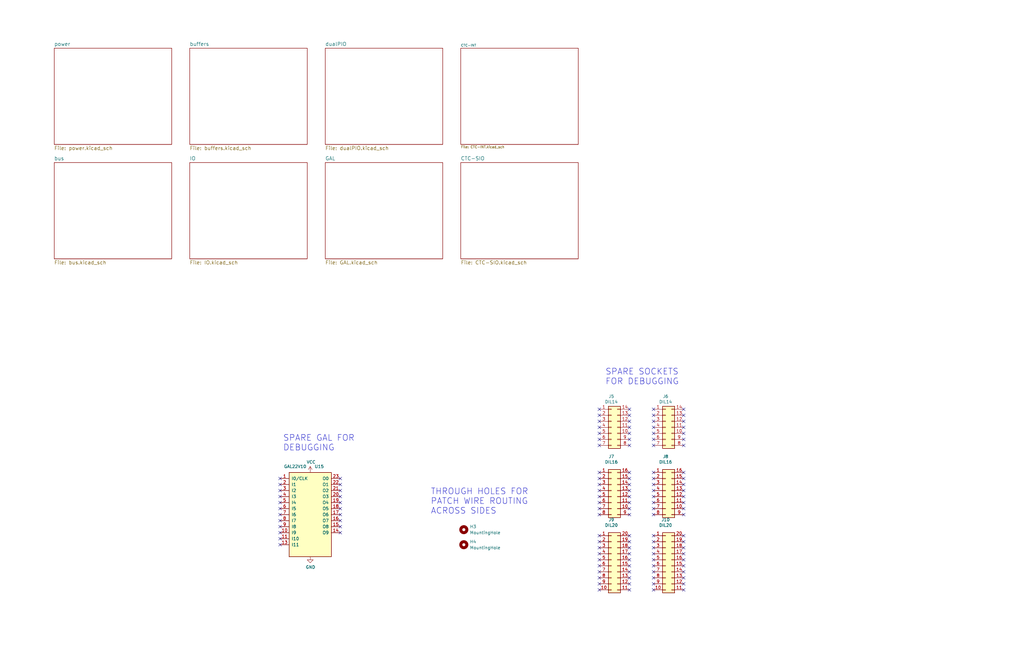
<source format=kicad_sch>
(kicad_sch (version 20211123) (generator eeschema)
  (paper "B")
  (lib_symbols
    (symbol "Connector_Generic:Conn_02x07_Counter_Clockwise" (pin_names (offset 1.016) hide)
      (property "Reference" "J" (at 1.27 10.16 0))
      (property "Value" "Conn_02x07_Counter_Clockwise" (at 1.27 -10.16 0))
      (symbol "Conn_02x07_Counter_Clockwise_1_1"
        (rectangle (start -1.27 -7.493) (end 0 -7.747) (stroke (width 0.1524)))
        (rectangle (start -1.27 -4.953) (end 0 -5.207) (stroke (width 0.1524)))
        (rectangle (start -1.27 -2.413) (end 0 -2.667) (stroke (width 0.1524)))
        (rectangle (start -1.27 0.127) (end 0 -0.127) (stroke (width 0.1524)))
        (rectangle (start -1.27 2.667) (end 0 2.413) (stroke (width 0.1524)))
        (rectangle (start -1.27 5.207) (end 0 4.953) (stroke (width 0.1524)))
        (rectangle (start -1.27 7.747) (end 0 7.493) (stroke (width 0.1524)))
        (rectangle (start -1.27 8.89) (end 3.81 -8.89) (stroke (width 0.254)) (fill (type background)))
        (rectangle (start 3.81 -7.493) (end 2.54 -7.747) (stroke (width 0.1524)))
        (rectangle (start 3.81 -4.953) (end 2.54 -5.207) (stroke (width 0.1524)))
        (rectangle (start 3.81 -2.413) (end 2.54 -2.667) (stroke (width 0.1524)))
        (rectangle (start 3.81 0.127) (end 2.54 -0.127) (stroke (width 0.1524)))
        (rectangle (start 3.81 2.667) (end 2.54 2.413) (stroke (width 0.1524)))
        (rectangle (start 3.81 5.207) (end 2.54 4.953) (stroke (width 0.1524)))
        (rectangle (start 3.81 7.747) (end 2.54 7.493) (stroke (width 0.1524)))
        (pin passive line (at -5.08 7.62 0) (length 3.81) (name "Pin_1") (number "1"))
        (pin passive line (at 7.62 -2.54 180) (length 3.81) (name "Pin_10") (number "10"))
        (pin passive line (at 7.62 0 180) (length 3.81) (name "Pin_11") (number "11"))
        (pin passive line (at 7.62 2.54 180) (length 3.81) (name "Pin_12") (number "12"))
        (pin passive line (at 7.62 5.08 180) (length 3.81) (name "Pin_13") (number "13"))
        (pin passive line (at 7.62 7.62 180) (length 3.81) (name "Pin_14") (number "14"))
        (pin passive line (at -5.08 5.08 0) (length 3.81) (name "Pin_2") (number "2"))
        (pin passive line (at -5.08 2.54 0) (length 3.81) (name "Pin_3") (number "3"))
        (pin passive line (at -5.08 0 0) (length 3.81) (name "Pin_4") (number "4"))
        (pin passive line (at -5.08 -2.54 0) (length 3.81) (name "Pin_5") (number "5"))
        (pin passive line (at -5.08 -5.08 0) (length 3.81) (name "Pin_6") (number "6"))
        (pin passive line (at -5.08 -7.62 0) (length 3.81) (name "Pin_7") (number "7"))
        (pin passive line (at 7.62 -7.62 180) (length 3.81) (name "Pin_8") (number "8"))
        (pin passive line (at 7.62 -5.08 180) (length 3.81) (name "Pin_9") (number "9"))
      )
    )
    (symbol "Connector_Generic:Conn_02x08_Counter_Clockwise" (pin_names (offset 1.016) hide)
      (property "Reference" "J" (at 1.27 10.16 0))
      (property "Value" "Conn_02x08_Counter_Clockwise" (at 1.27 -12.7 0))
      (symbol "Conn_02x08_Counter_Clockwise_1_1"
        (rectangle (start -1.27 -10.033) (end 0 -10.287) (stroke (width 0.1524)))
        (rectangle (start -1.27 -7.493) (end 0 -7.747) (stroke (width 0.1524)))
        (rectangle (start -1.27 -4.953) (end 0 -5.207) (stroke (width 0.1524)))
        (rectangle (start -1.27 -2.413) (end 0 -2.667) (stroke (width 0.1524)))
        (rectangle (start -1.27 0.127) (end 0 -0.127) (stroke (width 0.1524)))
        (rectangle (start -1.27 2.667) (end 0 2.413) (stroke (width 0.1524)))
        (rectangle (start -1.27 5.207) (end 0 4.953) (stroke (width 0.1524)))
        (rectangle (start -1.27 7.747) (end 0 7.493) (stroke (width 0.1524)))
        (rectangle (start -1.27 8.89) (end 3.81 -11.43) (stroke (width 0.254)) (fill (type background)))
        (rectangle (start 3.81 -10.033) (end 2.54 -10.287) (stroke (width 0.1524)))
        (rectangle (start 3.81 -7.493) (end 2.54 -7.747) (stroke (width 0.1524)))
        (rectangle (start 3.81 -4.953) (end 2.54 -5.207) (stroke (width 0.1524)))
        (rectangle (start 3.81 -2.413) (end 2.54 -2.667) (stroke (width 0.1524)))
        (rectangle (start 3.81 0.127) (end 2.54 -0.127) (stroke (width 0.1524)))
        (rectangle (start 3.81 2.667) (end 2.54 2.413) (stroke (width 0.1524)))
        (rectangle (start 3.81 5.207) (end 2.54 4.953) (stroke (width 0.1524)))
        (rectangle (start 3.81 7.747) (end 2.54 7.493) (stroke (width 0.1524)))
        (pin passive line (at -5.08 7.62 0) (length 3.81) (name "Pin_1") (number "1"))
        (pin passive line (at 7.62 -7.62 180) (length 3.81) (name "Pin_10") (number "10"))
        (pin passive line (at 7.62 -5.08 180) (length 3.81) (name "Pin_11") (number "11"))
        (pin passive line (at 7.62 -2.54 180) (length 3.81) (name "Pin_12") (number "12"))
        (pin passive line (at 7.62 0 180) (length 3.81) (name "Pin_13") (number "13"))
        (pin passive line (at 7.62 2.54 180) (length 3.81) (name "Pin_14") (number "14"))
        (pin passive line (at 7.62 5.08 180) (length 3.81) (name "Pin_15") (number "15"))
        (pin passive line (at 7.62 7.62 180) (length 3.81) (name "Pin_16") (number "16"))
        (pin passive line (at -5.08 5.08 0) (length 3.81) (name "Pin_2") (number "2"))
        (pin passive line (at -5.08 2.54 0) (length 3.81) (name "Pin_3") (number "3"))
        (pin passive line (at -5.08 0 0) (length 3.81) (name "Pin_4") (number "4"))
        (pin passive line (at -5.08 -2.54 0) (length 3.81) (name "Pin_5") (number "5"))
        (pin passive line (at -5.08 -5.08 0) (length 3.81) (name "Pin_6") (number "6"))
        (pin passive line (at -5.08 -7.62 0) (length 3.81) (name "Pin_7") (number "7"))
        (pin passive line (at -5.08 -10.16 0) (length 3.81) (name "Pin_8") (number "8"))
        (pin passive line (at 7.62 -10.16 180) (length 3.81) (name "Pin_9") (number "9"))
      )
    )
    (symbol "Connector_Generic:Conn_02x10_Counter_Clockwise" (pin_names (offset 1.016) hide)
      (property "Reference" "J" (at 1.27 12.7 0))
      (property "Value" "Conn_02x10_Counter_Clockwise" (at 1.27 -15.24 0))
      (symbol "Conn_02x10_Counter_Clockwise_1_1"
        (rectangle (start -1.27 -12.573) (end 0 -12.827) (stroke (width 0.1524)))
        (rectangle (start -1.27 -10.033) (end 0 -10.287) (stroke (width 0.1524)))
        (rectangle (start -1.27 -7.493) (end 0 -7.747) (stroke (width 0.1524)))
        (rectangle (start -1.27 -4.953) (end 0 -5.207) (stroke (width 0.1524)))
        (rectangle (start -1.27 -2.413) (end 0 -2.667) (stroke (width 0.1524)))
        (rectangle (start -1.27 0.127) (end 0 -0.127) (stroke (width 0.1524)))
        (rectangle (start -1.27 2.667) (end 0 2.413) (stroke (width 0.1524)))
        (rectangle (start -1.27 5.207) (end 0 4.953) (stroke (width 0.1524)))
        (rectangle (start -1.27 7.747) (end 0 7.493) (stroke (width 0.1524)))
        (rectangle (start -1.27 10.287) (end 0 10.033) (stroke (width 0.1524)))
        (rectangle (start -1.27 11.43) (end 3.81 -13.97) (stroke (width 0.254)) (fill (type background)))
        (rectangle (start 3.81 -12.573) (end 2.54 -12.827) (stroke (width 0.1524)))
        (rectangle (start 3.81 -10.033) (end 2.54 -10.287) (stroke (width 0.1524)))
        (rectangle (start 3.81 -7.493) (end 2.54 -7.747) (stroke (width 0.1524)))
        (rectangle (start 3.81 -4.953) (end 2.54 -5.207) (stroke (width 0.1524)))
        (rectangle (start 3.81 -2.413) (end 2.54 -2.667) (stroke (width 0.1524)))
        (rectangle (start 3.81 0.127) (end 2.54 -0.127) (stroke (width 0.1524)))
        (rectangle (start 3.81 2.667) (end 2.54 2.413) (stroke (width 0.1524)))
        (rectangle (start 3.81 5.207) (end 2.54 4.953) (stroke (width 0.1524)))
        (rectangle (start 3.81 7.747) (end 2.54 7.493) (stroke (width 0.1524)))
        (rectangle (start 3.81 10.287) (end 2.54 10.033) (stroke (width 0.1524)))
        (pin passive line (at -5.08 10.16 0) (length 3.81) (name "Pin_1") (number "1"))
        (pin passive line (at -5.08 -12.7 0) (length 3.81) (name "Pin_10") (number "10"))
        (pin passive line (at 7.62 -12.7 180) (length 3.81) (name "Pin_11") (number "11"))
        (pin passive line (at 7.62 -10.16 180) (length 3.81) (name "Pin_12") (number "12"))
        (pin passive line (at 7.62 -7.62 180) (length 3.81) (name "Pin_13") (number "13"))
        (pin passive line (at 7.62 -5.08 180) (length 3.81) (name "Pin_14") (number "14"))
        (pin passive line (at 7.62 -2.54 180) (length 3.81) (name "Pin_15") (number "15"))
        (pin passive line (at 7.62 0 180) (length 3.81) (name "Pin_16") (number "16"))
        (pin passive line (at 7.62 2.54 180) (length 3.81) (name "Pin_17") (number "17"))
        (pin passive line (at 7.62 5.08 180) (length 3.81) (name "Pin_18") (number "18"))
        (pin passive line (at 7.62 7.62 180) (length 3.81) (name "Pin_19") (number "19"))
        (pin passive line (at -5.08 7.62 0) (length 3.81) (name "Pin_2") (number "2"))
        (pin passive line (at 7.62 10.16 180) (length 3.81) (name "Pin_20") (number "20"))
        (pin passive line (at -5.08 5.08 0) (length 3.81) (name "Pin_3") (number "3"))
        (pin passive line (at -5.08 2.54 0) (length 3.81) (name "Pin_4") (number "4"))
        (pin passive line (at -5.08 0 0) (length 3.81) (name "Pin_5") (number "5"))
        (pin passive line (at -5.08 -2.54 0) (length 3.81) (name "Pin_6") (number "6"))
        (pin passive line (at -5.08 -5.08 0) (length 3.81) (name "Pin_7") (number "7"))
        (pin passive line (at -5.08 -7.62 0) (length 3.81) (name "Pin_8") (number "8"))
        (pin passive line (at -5.08 -10.16 0) (length 3.81) (name "Pin_9") (number "9"))
      )
    )
    (symbol "GAL22V10:GAL22V10" (pin_names (offset 1.016))
      (property "Reference" "U" (at -8.89 19.05 0))
      (property "Value" "GAL22V10" (at -1.27 19.05 0))
      (symbol "GAL22V10_0_1"
        (rectangle (start -8.89 -17.78) (end 8.89 17.78) (stroke (width 0.254)) (fill (type background)))
      )
      (symbol "GAL22V10_1_1"
        (pin input line (at -12.7 15.24 0) (length 3.81) (name "I0/CLK") (number "1"))
        (pin input line (at -12.7 -7.62 0) (length 3.81) (name "I9") (number "10"))
        (pin input line (at -12.7 -10.16 0) (length 3.81) (name "I10") (number "11"))
        (pin power_in line (at 0 -17.78 90) (length 0) hide (name "GND") (number "12"))
        (pin input line (at -12.7 -12.7 0) (length 3.81) (name "I11") (number "13"))
        (pin output line (at 12.7 -7.62 180) (length 3.81) (name "O9") (number "14"))
        (pin output line (at 12.7 -5.08 180) (length 3.81) (name "O8") (number "15"))
        (pin output line (at 12.7 -2.54 180) (length 3.81) (name "O7") (number "16"))
        (pin output line (at 12.7 0 180) (length 3.81) (name "O6") (number "17"))
        (pin output line (at 12.7 2.54 180) (length 3.81) (name "O5") (number "18"))
        (pin output line (at 12.7 5.08 180) (length 3.81) (name "O4") (number "19"))
        (pin input line (at -12.7 12.7 0) (length 3.81) (name "I1") (number "2"))
        (pin output line (at 12.7 7.62 180) (length 3.81) (name "O3") (number "20"))
        (pin output line (at 12.7 10.16 180) (length 3.81) (name "O2") (number "21"))
        (pin output line (at 12.7 12.7 180) (length 3.81) (name "O1") (number "22"))
        (pin output line (at 12.7 15.24 180) (length 3.81) (name "O0") (number "23"))
        (pin power_in line (at 0 17.78 270) (length 0) hide (name "VCC") (number "24"))
        (pin input line (at -12.7 10.16 0) (length 3.81) (name "I2") (number "3"))
        (pin input line (at -12.7 7.62 0) (length 3.81) (name "I3") (number "4"))
        (pin input line (at -12.7 5.08 0) (length 3.81) (name "I4") (number "5"))
        (pin input line (at -12.7 2.54 0) (length 3.81) (name "I5") (number "6"))
        (pin input line (at -12.7 0 0) (length 3.81) (name "I6") (number "7"))
        (pin input line (at -12.7 -2.54 0) (length 3.81) (name "I7") (number "8"))
        (pin input line (at -12.7 -5.08 0) (length 3.81) (name "I8") (number "9"))
      )
    )
    (symbol "Mechanical:MountingHole" (pin_names (offset 1.016))
      (property "Reference" "H" (at 0 5.08 0))
      (property "Value" "MountingHole" (at 0 3.175 0))
      (symbol "MountingHole_0_1"
        (circle (center 0 0) (radius 1.27) (stroke (width 1.27)))
      )
    )
    (symbol "power:GND" (power) (pin_names (offset 0))
      (property "Value" "GND" (at 0 -3.81 0))
      (symbol "GND_0_1"
        (polyline (pts (xy 0 0) (xy 0 -1.27) (xy 1.27 -1.27) (xy 0 -2.54) (xy -1.27 -1.27) (xy 0 -1.27)))
      )
      (symbol "GND_1_1"
        (pin power_in line (at 0 0 270) (length 0) hide (name "GND") (number "1"))
      )
    )
    (symbol "power:VCC" (power) (pin_names (offset 0))
      (property "Value" "VCC" (at 0 3.81 0))
      (symbol "VCC_0_1"
        (polyline (pts (xy -0.762 1.27) (xy 0 2.54)))
        (polyline (pts (xy 0 0) (xy 0 2.54)))
        (polyline (pts (xy 0 2.54) (xy 0.762 1.27)))
      )
      (symbol "VCC_1_1"
        (pin power_in line (at 0 0 90) (length 0) hide (name "VCC") (number "1"))
      )
    )
  )
  (no_connect (at 275.59 246.38))
  (no_connect (at 252.73 236.22))
  (no_connect (at 288.29 241.3))
  (no_connect (at 265.43 241.3))
  (no_connect (at 265.43 217.17))
  (no_connect (at 118.11 219.71))
  (no_connect (at 288.29 238.76))
  (no_connect (at 143.51 224.79))
  (no_connect (at 275.59 214.63))
  (no_connect (at 118.11 222.25))
  (no_connect (at 252.73 182.88))
  (no_connect (at 252.73 180.34))
  (no_connect (at 265.43 214.63))
  (no_connect (at 252.73 209.55))
  (no_connect (at 252.73 243.84))
  (no_connect (at 252.73 212.09))
  (no_connect (at 252.73 207.01))
  (no_connect (at 252.73 187.96))
  (no_connect (at 275.59 204.47))
  (no_connect (at 118.11 204.47))
  (no_connect (at 252.73 241.3))
  (no_connect (at 118.11 201.93))
  (no_connect (at 118.11 224.79))
  (no_connect (at 265.43 187.96))
  (no_connect (at 288.29 231.14))
  (no_connect (at 288.29 187.96))
  (no_connect (at 275.59 182.88))
  (no_connect (at 265.43 212.09))
  (no_connect (at 143.51 217.17))
  (no_connect (at 275.59 177.8))
  (no_connect (at 288.29 180.34))
  (no_connect (at 252.73 248.92))
  (no_connect (at 265.43 175.26))
  (no_connect (at 265.43 243.84))
  (no_connect (at 265.43 238.76))
  (no_connect (at 275.59 185.42))
  (no_connect (at 288.29 246.38))
  (no_connect (at 265.43 231.14))
  (no_connect (at 252.73 238.76))
  (no_connect (at 265.43 180.34))
  (no_connect (at 143.51 214.63))
  (no_connect (at 252.73 214.63))
  (no_connect (at 288.29 172.72))
  (no_connect (at 275.59 233.68))
  (no_connect (at 288.29 226.06))
  (no_connect (at 118.11 207.01))
  (no_connect (at 275.59 209.55))
  (no_connect (at 252.73 246.38))
  (no_connect (at 275.59 217.17))
  (no_connect (at 288.29 228.6))
  (no_connect (at 288.29 212.09))
  (no_connect (at 252.73 217.17))
  (no_connect (at 275.59 231.14))
  (no_connect (at 288.29 199.39))
  (no_connect (at 252.73 201.93))
  (no_connect (at 275.59 228.6))
  (no_connect (at 288.29 248.92))
  (no_connect (at 265.43 248.92))
  (no_connect (at 252.73 177.8))
  (no_connect (at 265.43 233.68))
  (no_connect (at 275.59 236.22))
  (no_connect (at 265.43 185.42))
  (no_connect (at 143.51 207.01))
  (no_connect (at 275.59 175.26))
  (no_connect (at 265.43 228.6))
  (no_connect (at 265.43 226.06))
  (no_connect (at 265.43 236.22))
  (no_connect (at 288.29 204.47))
  (no_connect (at 288.29 214.63))
  (no_connect (at 288.29 177.8))
  (no_connect (at 275.59 226.06))
  (no_connect (at 288.29 175.26))
  (no_connect (at 252.73 228.6))
  (no_connect (at 275.59 207.01))
  (no_connect (at 288.29 243.84))
  (no_connect (at 265.43 201.93))
  (no_connect (at 275.59 238.76))
  (no_connect (at 275.59 212.09))
  (no_connect (at 275.59 248.92))
  (no_connect (at 275.59 180.34))
  (no_connect (at 143.51 204.47))
  (no_connect (at 143.51 201.93))
  (no_connect (at 252.73 172.72))
  (no_connect (at 252.73 175.26))
  (no_connect (at 265.43 207.01))
  (no_connect (at 265.43 199.39))
  (no_connect (at 275.59 243.84))
  (no_connect (at 288.29 207.01))
  (no_connect (at 118.11 212.09))
  (no_connect (at 252.73 233.68))
  (no_connect (at 288.29 185.42))
  (no_connect (at 252.73 226.06))
  (no_connect (at 288.29 209.55))
  (no_connect (at 265.43 172.72))
  (no_connect (at 143.51 212.09))
  (no_connect (at 265.43 209.55))
  (no_connect (at 288.29 182.88))
  (no_connect (at 275.59 201.93))
  (no_connect (at 143.51 222.25))
  (no_connect (at 275.59 241.3))
  (no_connect (at 118.11 217.17))
  (no_connect (at 265.43 182.88))
  (no_connect (at 275.59 199.39))
  (no_connect (at 118.11 209.55))
  (no_connect (at 288.29 233.68))
  (no_connect (at 252.73 185.42))
  (no_connect (at 252.73 231.14))
  (no_connect (at 275.59 172.72))
  (no_connect (at 143.51 209.55))
  (no_connect (at 288.29 236.22))
  (no_connect (at 265.43 177.8))
  (no_connect (at 275.59 187.96))
  (no_connect (at 252.73 199.39))
  (no_connect (at 118.11 229.87))
  (no_connect (at 118.11 214.63))
  (no_connect (at 265.43 204.47))
  (no_connect (at 265.43 246.38))
  (no_connect (at 252.73 204.47))
  (no_connect (at 118.11 227.33))
  (no_connect (at 288.29 201.93))
  (no_connect (at 143.51 219.71))
  (no_connect (at 288.29 217.17))
  (text "THROUGH HOLES FOR\nPATCH WIRE ROUTING\nACROSS SIDES" (at 181.61 217.17 0) (effects (font (size 2.54 2.54)) (justify left bottom)))
  (text "SPARE GAL FOR\nDEBUGGING" (at 119.38 190.5 0) (effects (font (size 2.54 2.54)) (justify left bottom)))
  (text "SPARE SOCKETS\nFOR DEBUGGING" (at 255.27 162.56 0) (effects (font (size 2.54 2.54)) (justify left bottom)))
  (symbol (lib_id "Connector_Generic:Conn_02x07_Counter_Clockwise") (at 257.81 180.34 0) (unit 1)
    (property "Reference" "J5" (at 257.81 167.259 0))
    (property "Value" "DIL14" (at 257.81 169.5704 0))
    (property "Footprint" "Package_DIP:DIP-14_W7.62mm" (effects hide))
  )
  (symbol (lib_id "Connector_Generic:Conn_02x08_Counter_Clockwise") (at 257.81 207.01 0) (unit 1)
    (property "Reference" "J7" (at 257.81 192.659 0))
    (property "Value" "DIL16" (at 257.81 194.9704 0))
    (property "Footprint" "Package_DIP:DIP-16_W7.62mm" (effects hide))
  )
  (symbol (lib_id "Connector_Generic:Conn_02x10_Counter_Clockwise") (at 257.81 236.22 0) (unit 1)
    (property "Reference" "J9" (at 257.81 219.329 0))
    (property "Value" "DIL20" (at 257.81 221.6404 0))
    (property "Footprint" "Package_DIP:DIP-20_W7.62mm" (effects hide))
  )
  (symbol (lib_id "Connector_Generic:Conn_02x07_Counter_Clockwise") (at 280.67 180.34 0) (unit 1)
    (property "Reference" "J6" (at 280.67 167.259 0))
    (property "Value" "DIL14" (at 280.67 169.5704 0))
    (property "Footprint" "Package_DIP:DIP-14_W7.62mm" (effects hide))
  )
  (symbol (lib_id "Connector_Generic:Conn_02x08_Counter_Clockwise") (at 280.67 207.01 0) (unit 1)
    (property "Reference" "J8" (at 280.67 192.659 0))
    (property "Value" "DIL16" (at 280.67 194.9704 0))
    (property "Footprint" "Package_DIP:DIP-16_W7.62mm" (effects hide))
  )
  (symbol (lib_id "Connector_Generic:Conn_02x10_Counter_Clockwise") (at 280.67 236.22 0) (unit 1)
    (property "Reference" "J10" (at 280.67 219.329 0))
    (property "Value" "DIL20" (at 280.67 221.6404 0))
    (property "Footprint" "Package_DIP:DIP-20_W7.62mm" (effects hide))
  )
  (symbol (lib_id "GAL22V10:GAL22V10") (at 130.81 217.17 0) (unit 1)
    (property "Reference" "U15" (at 134.62 196.85 0))
    (property "Value" "GAL22V10" (at 124.46 196.85 0))
    (property "Footprint" "Package_DIP:DIP-24_W7.62mm" (effects hide))
  )
  (symbol (lib_id "Mechanical:MountingHole") (at 195.58 223.52 0) (unit 1)
    (property "Reference" "H3" (at 198.12 222.2499 0) (effects (justify left)))
    (property "Value" "MountingHole" (at 198.12 224.7899 0) (effects (justify left)))
    (property "Footprint" "MountingHole:MountingHole_2.1mm" (effects hide))
  )
  (symbol (lib_id "Mechanical:MountingHole") (at 195.58 229.87 0) (unit 1)
    (property "Reference" "H4" (at 198.12 228.5999 0) (effects (justify left)))
    (property "Value" "MountingHole" (at 198.12 231.1399 0) (effects (justify left)))
    (property "Footprint" "MountingHole:MountingHole_2.1mm" (effects hide))
  )
  (symbol (lib_id "power:VCC") (at 130.81 199.39 0) (unit 1)
    (property "Reference" "#PWR02" (effects hide))
    (property "Value" "VCC" (at 131.191 194.9958 0))
  )
  (symbol (lib_id "power:GND") (at 130.81 234.95 0) (unit 1)
    (property "Reference" "#PWR06" (effects hide))
    (property "Value" "GND" (at 130.937 239.3442 0))
  )
  (sheet (at 194.31 20.32) (size 49.53 40.64)
    (property "Sheet name" "CTC-INT" (at 194.31 19.7354 0) (effects (font (size 1.016 1.016)) (justify left bottom)))
    (property "Sheet file" "CTC-INT.kicad_sch" (at 194.31 61.443 0) (effects (font (size 1.016 1.016)) (justify left top)))
  )
  (sheet (at 22.86 20.32) (size 49.53 40.64)
    (property "Sheet name" "power" (at 22.86 19.4814 0) (effects (font (size 1.524 1.524)) (justify left bottom)))
    (property "Sheet file" "power.kicad_sch" (at 22.86 61.6462 0) (effects (font (size 1.524 1.524)) (justify left top)))
  )
  (sheet (at 194.31 68.58) (size 49.53 40.64)
    (property "Sheet name" "CTC-SIO" (at 194.31 67.7414 0) (effects (font (size 1.524 1.524)) (justify left bottom)))
    (property "Sheet file" "CTC-SIO.kicad_sch" (at 194.31 109.9062 0) (effects (font (size 1.524 1.524)) (justify left top)))
  )
  (sheet (at 22.86 68.58) (size 49.53 40.64)
    (property "Sheet name" "bus" (at 22.86 67.7414 0) (effects (font (size 1.524 1.524)) (justify left bottom)))
    (property "Sheet file" "bus.kicad_sch" (at 22.86 109.9062 0) (effects (font (size 1.524 1.524)) (justify left top)))
  )
  (sheet (at 80.01 20.32) (size 49.53 40.64)
    (property "Sheet name" "buffers" (at 80.01 19.4814 0) (effects (font (size 1.524 1.524)) (justify left bottom)))
    (property "Sheet file" "buffers.kicad_sch" (at 80.01 61.6462 0) (effects (font (size 1.524 1.524)) (justify left top)))
  )
  (sheet (at 80.01 68.58) (size 49.53 40.64)
    (property "Sheet name" "IO" (at 80.01 67.7414 0) (effects (font (size 1.524 1.524)) (justify left bottom)))
    (property "Sheet file" "IO.kicad_sch" (at 80.01 109.9062 0) (effects (font (size 1.524 1.524)) (justify left top)))
  )
  (sheet (at 137.16 20.32) (size 49.53 40.64)
    (property "Sheet name" "dualPIO" (at 137.16 19.4814 0) (effects (font (size 1.524 1.524)) (justify left bottom)))
    (property "Sheet file" "dualPIO.kicad_sch" (at 137.16 61.6462 0) (effects (font (size 1.524 1.524)) (justify left top)))
  )
  (sheet (at 137.16 68.58) (size 49.53 40.64)
    (property "Sheet name" "GAL" (at 137.16 67.7414 0) (effects (font (size 1.524 1.524)) (justify left bottom)))
    (property "Sheet file" "GAL.kicad_sch" (at 137.16 109.9062 0) (effects (font (size 1.524 1.524)) (justify left top)))
  )
)
</source>
